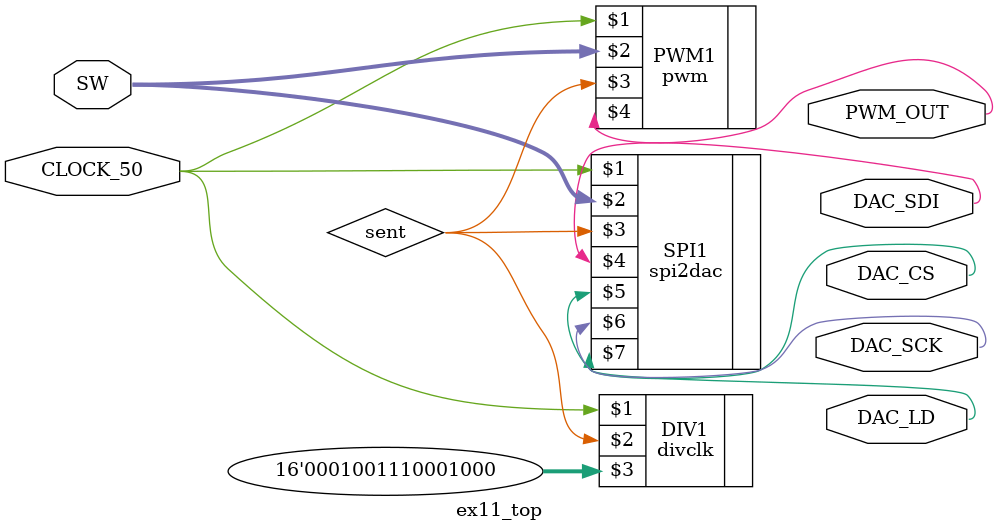
<source format=v>
module ex11_top(
	SW,
	CLOCK_50,
	DAC_CS,
	DAC_SDI,
	DAC_LD,
	DAC_SCK,
	PWM_OUT
	);
	
	input [9:0]SW;
	input CLOCK_50;
	output DAC_CS,DAC_SDI,DAC_LD,DAC_SCK,PWM_OUT;
	wire sent;
	
	divclk DIV1 (CLOCK_50,sent,16'd5000);
	
	spi2dac SPI1 (CLOCK_50, SW, sent, DAC_SDI, DAC_CS, DAC_SCK, DAC_LD);
	
	pwm PWM1 (CLOCK_50,SW,sent,PWM_OUT);
	
endmodule 
	
</source>
